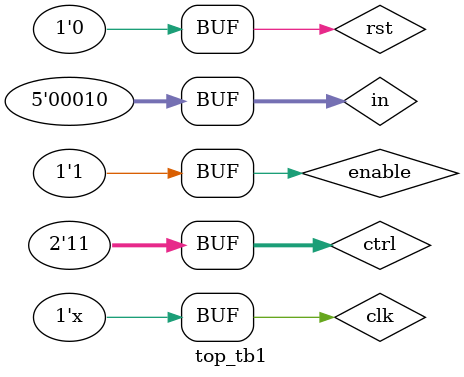
<source format=v>
`timescale 1ns / 1ps


module top_tb1();
reg clk,rst,enable;
reg [4:0] in;
reg [1:0] ctrl;
wire [3:0] seg_data;
wire [2:0] seg_an;
initial begin
    clk = 0;
    rst = 1;
    enable = 0;
    #10;
    rst = 0;
    ctrl = 2'b00;
    in[4:0] = 5'b000000;//¼Ó·¨
    #20;
    enable = 1;
    #10;
    enable = 0;
    ctrl = 2'b01;
    in[4:0] = 5'b00001;
    #20;
    enable = 1;
    #10;
    enable = 0;
    ctrl = 2'b10;
    in[4:0] = 5'b00010;
    #20;
    enable = 1;
    #10;
    enable = 0;
    ctrl = 2'b11;
    #10;
    enable = 1;
end
always #5 clk = ~clk;
TOP top(
    .clk(clk),
    .rst(rst),
    .enable(enable),
    .in(in),
    .ctrl(ctrl),
    .seg_data(seg_data),
    .seg_an(seg_an)
);

endmodule
/*module TOP (
    input                   [ 0 : 0]            clk,
    input                   [ 0 : 0]            rst,

    input                   [ 0 : 0]            enable,
    input                   [ 4 : 0]            in,
    input                   [ 1 : 0]            ctrl,

    output                  [ 3 : 0]            seg_data,
    output                  [ 2 : 0]            seg_an
);*/
</source>
